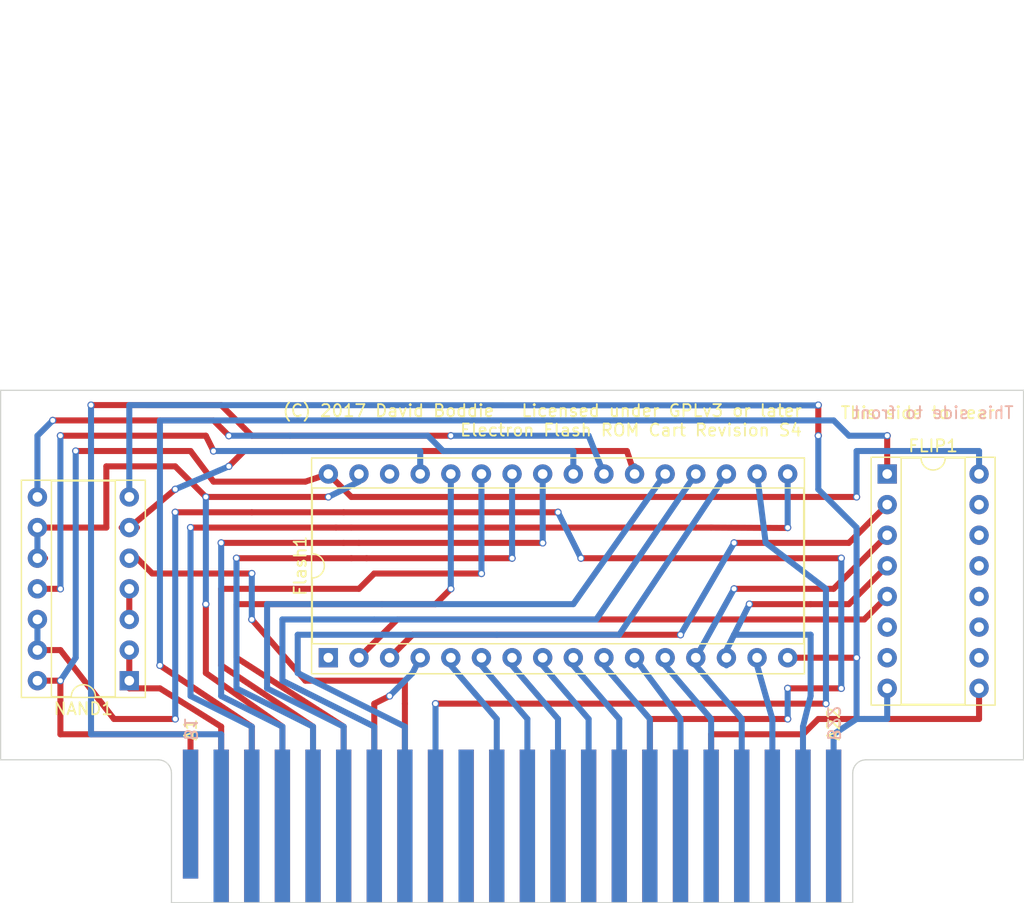
<source format=kicad_pcb>
(kicad_pcb (version 4) (host pcbnew 4.0.5+dfsg1-4)

  (general
    (links 46)
    (no_connects 0)
    (area 60.394999 84.446901 145.34687 127.050001)
    (thickness 1.6)
    (drawings 33)
    (tracks 311)
    (zones 0)
    (modules 5)
    (nets 61)
  )

  (page A4)
  (title_block
    (title "Acorn Electron cartridge breakout")
    (date 2017-02-16)
    (comment 2 "See: http://hgweb.boddie.org.uk/AcornElectronCartridge")
    (comment 3 "Design licensed under the terms of the GNU General Public License version 3 or later.")
    (comment 4 "A prototyping/breakout cartridge for the Acorn Electron Plus 1 expansion unit.")
  )

  (layers
    (0 F.Cu signal)
    (31 B.Cu signal)
    (32 B.Adhes user hide)
    (33 F.Adhes user hide)
    (34 B.Paste user hide)
    (35 F.Paste user hide)
    (36 B.SilkS user)
    (37 F.SilkS user)
    (38 B.Mask user hide)
    (39 F.Mask user hide)
    (40 Dwgs.User user hide)
    (41 Cmts.User user)
    (42 Eco1.User user hide)
    (43 Eco2.User user hide)
    (44 Edge.Cuts user)
    (45 Margin user hide)
    (46 B.CrtYd user)
    (47 F.CrtYd user)
    (48 B.Fab user)
    (49 F.Fab user)
  )

  (setup
    (last_trace_width 0.5)
    (user_trace_width 0.5)
    (trace_clearance 0.2)
    (zone_clearance 0.508)
    (zone_45_only yes)
    (trace_min 0.1524)
    (segment_width 0.2)
    (edge_width 0.15)
    (via_size 0.6)
    (via_drill 0.4)
    (via_min_size 0.4)
    (via_min_drill 0.3)
    (uvia_size 0.3)
    (uvia_drill 0.1)
    (uvias_allowed no)
    (uvia_min_size 0)
    (uvia_min_drill 0)
    (pcb_text_width 0.15)
    (pcb_text_size 1 1)
    (mod_edge_width 0.15)
    (mod_text_size 1 1)
    (mod_text_width 0.15)
    (pad_size 1.524 1.524)
    (pad_drill 0.762)
    (pad_to_mask_clearance 0.2)
    (aux_axis_origin 102.87 127)
    (visible_elements 7FFFFFFF)
    (pcbplotparams
      (layerselection 0x010f0_80000001)
      (usegerberextensions true)
      (excludeedgelayer true)
      (linewidth 0.100000)
      (plotframeref false)
      (viasonmask false)
      (mode 1)
      (useauxorigin false)
      (hpglpennumber 1)
      (hpglpenspeed 20)
      (hpglpendiameter 15)
      (hpglpenoverlay 2)
      (psnegative false)
      (psa4output false)
      (plotreference true)
      (plotvalue true)
      (plotinvisibletext false)
      (padsonsilk false)
      (subtractmaskfromsilk false)
      (outputformat 1)
      (mirror false)
      (drillshape 0)
      (scaleselection 1)
      (outputdirectory gerber/))
  )

  (net 0 "")
  (net 1 /nRST)
  (net 2 /nOE)
  (net 3 /CSRW)
  (net 4 /A8)
  (net 5 /A13)
  (net 6 /A12)
  (net 7 /PHI2)
  (net 8 /-5V)
  (net 9 /READY)
  (net 10 /nNMI)
  (net 11 /nIRQ)
  (net 12 /nINFC)
  (net 13 /nINFD)
  (net 14 /ROMQA)
  (net 15 /CLOCK)
  (net 16 /nROMSTB)
  (net 17 /ADOUT)
  (net 18 /AGND)
  (net 19 /ADIN)
  (net 20 /D3)
  (net 21 /A10)
  (net 22 /A11)
  (net 23 /A9)
  (net 24 /D7)
  (net 25 /D6)
  (net 26 /D5)
  (net 27 /D4)
  (net 28 /nOE2)
  (net 29 /BA7)
  (net 30 /BA6)
  (net 31 /BA5)
  (net 32 /BA4)
  (net 33 /BA3)
  (net 34 /BA2)
  (net 35 /BA1)
  (net 36 /BA0)
  (net 37 /D0)
  (net 38 /D2)
  (net 39 /D1)
  (net 40 /NC)
  (net 41 VCC)
  (net 42 GND)
  (net 43 /OE#)
  (net 44 /OE)
  (net 45 /A14)
  (net 46 /CE#)
  (net 47 "Net-(Flash1-Pad1)")
  (net 48 "Net-(Flash1-Pad30)")
  (net 49 /A15)
  (net 50 "Net-(FLIP1-Pad10)")
  (net 51 "Net-(FLIP1-Pad11)")
  (net 52 "Net-(FLIP1-Pad12)")
  (net 53 /A16)
  (net 54 "Net-(FLIP1-Pad13)")
  (net 55 "Net-(FLIP1-Pad6)")
  (net 56 "Net-(FLIP1-Pad14)")
  (net 57 "Net-(FLIP1-Pad7)")
  (net 58 "Net-(FLIP1-Pad15)")
  (net 59 /+5V_B)
  (net 60 /0V_A)

  (net_class Default "This is the default net class."
    (clearance 0.2)
    (trace_width 0.25)
    (via_dia 0.6)
    (via_drill 0.4)
    (uvia_dia 0.3)
    (uvia_drill 0.1)
    (add_net /+5V_B)
    (add_net /-5V)
    (add_net /0V_A)
    (add_net /A10)
    (add_net /A11)
    (add_net /A12)
    (add_net /A13)
    (add_net /A14)
    (add_net /A15)
    (add_net /A16)
    (add_net /A8)
    (add_net /A9)
    (add_net /ADIN)
    (add_net /ADOUT)
    (add_net /AGND)
    (add_net /BA0)
    (add_net /BA1)
    (add_net /BA2)
    (add_net /BA3)
    (add_net /BA4)
    (add_net /BA5)
    (add_net /BA6)
    (add_net /BA7)
    (add_net /CE#)
    (add_net /CLOCK)
    (add_net /CSRW)
    (add_net /D0)
    (add_net /D1)
    (add_net /D2)
    (add_net /D3)
    (add_net /D4)
    (add_net /D5)
    (add_net /D6)
    (add_net /D7)
    (add_net /NC)
    (add_net /OE)
    (add_net /OE#)
    (add_net /PHI2)
    (add_net /READY)
    (add_net /ROMQA)
    (add_net /nINFC)
    (add_net /nINFD)
    (add_net /nIRQ)
    (add_net /nNMI)
    (add_net /nOE)
    (add_net /nOE2)
    (add_net /nROMSTB)
    (add_net /nRST)
    (add_net GND)
    (add_net "Net-(FLIP1-Pad10)")
    (add_net "Net-(FLIP1-Pad11)")
    (add_net "Net-(FLIP1-Pad12)")
    (add_net "Net-(FLIP1-Pad13)")
    (add_net "Net-(FLIP1-Pad14)")
    (add_net "Net-(FLIP1-Pad15)")
    (add_net "Net-(FLIP1-Pad6)")
    (add_net "Net-(FLIP1-Pad7)")
    (add_net "Net-(Flash1-Pad1)")
    (add_net "Net-(Flash1-Pad30)")
    (add_net VCC)
  )

  (net_class OSHPark ""
    (clearance 0.1524)
    (trace_width 0.1524)
    (via_dia 0.6858)
    (via_drill 0.3302)
    (uvia_dia 0.762)
    (uvia_drill 0.508)
  )

  (module Housings_DIP:DIP-32_W15.24mm_Socket (layer F.Cu) (tedit 59C78D6C) (tstamp 59D2CCF4)
    (at 87.63 106.68 90)
    (descr "32-lead though-hole mounted DIP package, row spacing 15.24 mm (600 mils), Socket")
    (tags "THT DIP DIL PDIP 2.54mm 15.24mm 600mil Socket")
    (path /59D2A464)
    (fp_text reference Flash1 (at 7.62 -2.33 90) (layer F.SilkS)
      (effects (font (size 1 1) (thickness 0.15)))
    )
    (fp_text value SST39SF010 (at 7.62 40.43 90) (layer F.Fab)
      (effects (font (size 1 1) (thickness 0.15)))
    )
    (fp_arc (start 7.62 -1.33) (end 6.62 -1.33) (angle -180) (layer F.SilkS) (width 0.12))
    (fp_line (start 1.255 -1.27) (end 14.985 -1.27) (layer F.Fab) (width 0.1))
    (fp_line (start 14.985 -1.27) (end 14.985 39.37) (layer F.Fab) (width 0.1))
    (fp_line (start 14.985 39.37) (end 0.255 39.37) (layer F.Fab) (width 0.1))
    (fp_line (start 0.255 39.37) (end 0.255 -0.27) (layer F.Fab) (width 0.1))
    (fp_line (start 0.255 -0.27) (end 1.255 -1.27) (layer F.Fab) (width 0.1))
    (fp_line (start -1.27 -1.33) (end -1.27 39.43) (layer F.Fab) (width 0.1))
    (fp_line (start -1.27 39.43) (end 16.51 39.43) (layer F.Fab) (width 0.1))
    (fp_line (start 16.51 39.43) (end 16.51 -1.33) (layer F.Fab) (width 0.1))
    (fp_line (start 16.51 -1.33) (end -1.27 -1.33) (layer F.Fab) (width 0.1))
    (fp_line (start 6.62 -1.33) (end 1.16 -1.33) (layer F.SilkS) (width 0.12))
    (fp_line (start 1.16 -1.33) (end 1.16 39.43) (layer F.SilkS) (width 0.12))
    (fp_line (start 1.16 39.43) (end 14.08 39.43) (layer F.SilkS) (width 0.12))
    (fp_line (start 14.08 39.43) (end 14.08 -1.33) (layer F.SilkS) (width 0.12))
    (fp_line (start 14.08 -1.33) (end 8.62 -1.33) (layer F.SilkS) (width 0.12))
    (fp_line (start -1.33 -1.39) (end -1.33 39.49) (layer F.SilkS) (width 0.12))
    (fp_line (start -1.33 39.49) (end 16.57 39.49) (layer F.SilkS) (width 0.12))
    (fp_line (start 16.57 39.49) (end 16.57 -1.39) (layer F.SilkS) (width 0.12))
    (fp_line (start 16.57 -1.39) (end -1.33 -1.39) (layer F.SilkS) (width 0.12))
    (fp_line (start -1.55 -1.6) (end -1.55 39.7) (layer F.CrtYd) (width 0.05))
    (fp_line (start -1.55 39.7) (end 16.8 39.7) (layer F.CrtYd) (width 0.05))
    (fp_line (start 16.8 39.7) (end 16.8 -1.6) (layer F.CrtYd) (width 0.05))
    (fp_line (start 16.8 -1.6) (end -1.55 -1.6) (layer F.CrtYd) (width 0.05))
    (fp_text user %R (at 7.62 19.05 90) (layer F.Fab)
      (effects (font (size 1 1) (thickness 0.15)))
    )
    (pad 1 thru_hole rect (at 0 0 90) (size 1.6 1.6) (drill 0.8) (layers *.Cu *.Mask)
      (net 47 "Net-(Flash1-Pad1)"))
    (pad 17 thru_hole oval (at 15.24 38.1 90) (size 1.6 1.6) (drill 0.8) (layers *.Cu *.Mask)
      (net 20 /D3))
    (pad 2 thru_hole oval (at 0 2.54 90) (size 1.6 1.6) (drill 0.8) (layers *.Cu *.Mask)
      (net 53 /A16))
    (pad 18 thru_hole oval (at 15.24 35.56 90) (size 1.6 1.6) (drill 0.8) (layers *.Cu *.Mask)
      (net 27 /D4))
    (pad 3 thru_hole oval (at 0 5.08 90) (size 1.6 1.6) (drill 0.8) (layers *.Cu *.Mask)
      (net 49 /A15))
    (pad 19 thru_hole oval (at 15.24 33.02 90) (size 1.6 1.6) (drill 0.8) (layers *.Cu *.Mask)
      (net 26 /D5))
    (pad 4 thru_hole oval (at 0 7.62 90) (size 1.6 1.6) (drill 0.8) (layers *.Cu *.Mask)
      (net 6 /A12))
    (pad 20 thru_hole oval (at 15.24 30.48 90) (size 1.6 1.6) (drill 0.8) (layers *.Cu *.Mask)
      (net 25 /D6))
    (pad 5 thru_hole oval (at 0 10.16 90) (size 1.6 1.6) (drill 0.8) (layers *.Cu *.Mask)
      (net 29 /BA7))
    (pad 21 thru_hole oval (at 15.24 27.94 90) (size 1.6 1.6) (drill 0.8) (layers *.Cu *.Mask)
      (net 24 /D7))
    (pad 6 thru_hole oval (at 0 12.7 90) (size 1.6 1.6) (drill 0.8) (layers *.Cu *.Mask)
      (net 30 /BA6))
    (pad 22 thru_hole oval (at 15.24 25.4 90) (size 1.6 1.6) (drill 0.8) (layers *.Cu *.Mask)
      (net 46 /CE#))
    (pad 7 thru_hole oval (at 0 15.24 90) (size 1.6 1.6) (drill 0.8) (layers *.Cu *.Mask)
      (net 31 /BA5))
    (pad 23 thru_hole oval (at 15.24 22.86 90) (size 1.6 1.6) (drill 0.8) (layers *.Cu *.Mask)
      (net 21 /A10))
    (pad 8 thru_hole oval (at 0 17.78 90) (size 1.6 1.6) (drill 0.8) (layers *.Cu *.Mask)
      (net 32 /BA4))
    (pad 24 thru_hole oval (at 15.24 20.32 90) (size 1.6 1.6) (drill 0.8) (layers *.Cu *.Mask)
      (net 43 /OE#))
    (pad 9 thru_hole oval (at 0 20.32 90) (size 1.6 1.6) (drill 0.8) (layers *.Cu *.Mask)
      (net 33 /BA3))
    (pad 25 thru_hole oval (at 15.24 17.78 90) (size 1.6 1.6) (drill 0.8) (layers *.Cu *.Mask)
      (net 22 /A11))
    (pad 10 thru_hole oval (at 0 22.86 90) (size 1.6 1.6) (drill 0.8) (layers *.Cu *.Mask)
      (net 34 /BA2))
    (pad 26 thru_hole oval (at 15.24 15.24 90) (size 1.6 1.6) (drill 0.8) (layers *.Cu *.Mask)
      (net 23 /A9))
    (pad 11 thru_hole oval (at 0 25.4 90) (size 1.6 1.6) (drill 0.8) (layers *.Cu *.Mask)
      (net 35 /BA1))
    (pad 27 thru_hole oval (at 15.24 12.7 90) (size 1.6 1.6) (drill 0.8) (layers *.Cu *.Mask)
      (net 4 /A8))
    (pad 12 thru_hole oval (at 0 27.94 90) (size 1.6 1.6) (drill 0.8) (layers *.Cu *.Mask)
      (net 36 /BA0))
    (pad 28 thru_hole oval (at 15.24 10.16 90) (size 1.6 1.6) (drill 0.8) (layers *.Cu *.Mask)
      (net 5 /A13))
    (pad 13 thru_hole oval (at 0 30.48 90) (size 1.6 1.6) (drill 0.8) (layers *.Cu *.Mask)
      (net 37 /D0))
    (pad 29 thru_hole oval (at 15.24 7.62 90) (size 1.6 1.6) (drill 0.8) (layers *.Cu *.Mask)
      (net 45 /A14))
    (pad 14 thru_hole oval (at 0 33.02 90) (size 1.6 1.6) (drill 0.8) (layers *.Cu *.Mask)
      (net 39 /D1))
    (pad 30 thru_hole oval (at 15.24 5.08 90) (size 1.6 1.6) (drill 0.8) (layers *.Cu *.Mask)
      (net 48 "Net-(Flash1-Pad30)"))
    (pad 15 thru_hole oval (at 0 35.56 90) (size 1.6 1.6) (drill 0.8) (layers *.Cu *.Mask)
      (net 38 /D2))
    (pad 31 thru_hole oval (at 15.24 2.54 90) (size 1.6 1.6) (drill 0.8) (layers *.Cu *.Mask)
      (net 3 /CSRW))
    (pad 16 thru_hole oval (at 0 38.1 90) (size 1.6 1.6) (drill 0.8) (layers *.Cu *.Mask)
      (net 42 GND))
    (pad 32 thru_hole oval (at 15.24 0 90) (size 1.6 1.6) (drill 0.8) (layers *.Cu *.Mask)
      (net 41 VCC))
    (model ${KISYS3DMOD}/Housings_DIP.3dshapes/DIP-32_W15.24mm_Socket.wrl
      (at (xyz 0 0 0))
      (scale (xyz 1 1 1))
      (rotate (xyz 0 0 0))
    )
  )

  (module Housings_DIP:DIP-16_W7.62mm_Socket (layer F.Cu) (tedit 59D805FF) (tstamp 59E979D7)
    (at 133.985 91.44)
    (descr "16-lead though-hole mounted DIP package, row spacing 7.62 mm (300 mils), Socket")
    (tags "THT DIP DIL PDIP 2.54mm 7.62mm 300mil Socket")
    (path /59D8067A)
    (fp_text reference FLIP1 (at 3.81 -2.33) (layer F.SilkS)
      (effects (font (size 1 1) (thickness 0.15)))
    )
    (fp_text value 74LS174 (at 3.81 20.11) (layer F.Fab)
      (effects (font (size 1 1) (thickness 0.15)))
    )
    (fp_arc (start 3.81 -1.33) (end 2.81 -1.33) (angle -180) (layer F.SilkS) (width 0.12))
    (fp_line (start 1.635 -1.27) (end 6.985 -1.27) (layer F.Fab) (width 0.1))
    (fp_line (start 6.985 -1.27) (end 6.985 19.05) (layer F.Fab) (width 0.1))
    (fp_line (start 6.985 19.05) (end 0.635 19.05) (layer F.Fab) (width 0.1))
    (fp_line (start 0.635 19.05) (end 0.635 -0.27) (layer F.Fab) (width 0.1))
    (fp_line (start 0.635 -0.27) (end 1.635 -1.27) (layer F.Fab) (width 0.1))
    (fp_line (start -1.27 -1.33) (end -1.27 19.11) (layer F.Fab) (width 0.1))
    (fp_line (start -1.27 19.11) (end 8.89 19.11) (layer F.Fab) (width 0.1))
    (fp_line (start 8.89 19.11) (end 8.89 -1.33) (layer F.Fab) (width 0.1))
    (fp_line (start 8.89 -1.33) (end -1.27 -1.33) (layer F.Fab) (width 0.1))
    (fp_line (start 2.81 -1.33) (end 1.16 -1.33) (layer F.SilkS) (width 0.12))
    (fp_line (start 1.16 -1.33) (end 1.16 19.11) (layer F.SilkS) (width 0.12))
    (fp_line (start 1.16 19.11) (end 6.46 19.11) (layer F.SilkS) (width 0.12))
    (fp_line (start 6.46 19.11) (end 6.46 -1.33) (layer F.SilkS) (width 0.12))
    (fp_line (start 6.46 -1.33) (end 4.81 -1.33) (layer F.SilkS) (width 0.12))
    (fp_line (start -1.33 -1.39) (end -1.33 19.17) (layer F.SilkS) (width 0.12))
    (fp_line (start -1.33 19.17) (end 8.95 19.17) (layer F.SilkS) (width 0.12))
    (fp_line (start 8.95 19.17) (end 8.95 -1.39) (layer F.SilkS) (width 0.12))
    (fp_line (start 8.95 -1.39) (end -1.33 -1.39) (layer F.SilkS) (width 0.12))
    (fp_line (start -1.55 -1.6) (end -1.55 19.4) (layer F.CrtYd) (width 0.05))
    (fp_line (start -1.55 19.4) (end 9.15 19.4) (layer F.CrtYd) (width 0.05))
    (fp_line (start 9.15 19.4) (end 9.15 -1.6) (layer F.CrtYd) (width 0.05))
    (fp_line (start 9.15 -1.6) (end -1.55 -1.6) (layer F.CrtYd) (width 0.05))
    (fp_text user %R (at 3.81 8.89) (layer F.Fab)
      (effects (font (size 1 1) (thickness 0.15)))
    )
    (pad 1 thru_hole rect (at 0 0) (size 1.6 1.6) (drill 0.8) (layers *.Cu *.Mask)
      (net 1 /nRST))
    (pad 9 thru_hole oval (at 7.62 17.78) (size 1.6 1.6) (drill 0.8) (layers *.Cu *.Mask)
      (net 16 /nROMSTB))
    (pad 2 thru_hole oval (at 0 2.54) (size 1.6 1.6) (drill 0.8) (layers *.Cu *.Mask)
      (net 49 /A15))
    (pad 10 thru_hole oval (at 7.62 15.24) (size 1.6 1.6) (drill 0.8) (layers *.Cu *.Mask)
      (net 50 "Net-(FLIP1-Pad10)"))
    (pad 3 thru_hole oval (at 0 5.08) (size 1.6 1.6) (drill 0.8) (layers *.Cu *.Mask)
      (net 37 /D0))
    (pad 11 thru_hole oval (at 7.62 12.7) (size 1.6 1.6) (drill 0.8) (layers *.Cu *.Mask)
      (net 51 "Net-(FLIP1-Pad11)"))
    (pad 4 thru_hole oval (at 0 7.62) (size 1.6 1.6) (drill 0.8) (layers *.Cu *.Mask)
      (net 39 /D1))
    (pad 12 thru_hole oval (at 7.62 10.16) (size 1.6 1.6) (drill 0.8) (layers *.Cu *.Mask)
      (net 52 "Net-(FLIP1-Pad12)"))
    (pad 5 thru_hole oval (at 0 10.16) (size 1.6 1.6) (drill 0.8) (layers *.Cu *.Mask)
      (net 53 /A16))
    (pad 13 thru_hole oval (at 7.62 7.62) (size 1.6 1.6) (drill 0.8) (layers *.Cu *.Mask)
      (net 54 "Net-(FLIP1-Pad13)"))
    (pad 6 thru_hole oval (at 0 12.7) (size 1.6 1.6) (drill 0.8) (layers *.Cu *.Mask)
      (net 55 "Net-(FLIP1-Pad6)"))
    (pad 14 thru_hole oval (at 7.62 5.08) (size 1.6 1.6) (drill 0.8) (layers *.Cu *.Mask)
      (net 56 "Net-(FLIP1-Pad14)"))
    (pad 7 thru_hole oval (at 0 15.24) (size 1.6 1.6) (drill 0.8) (layers *.Cu *.Mask)
      (net 57 "Net-(FLIP1-Pad7)"))
    (pad 15 thru_hole oval (at 7.62 2.54) (size 1.6 1.6) (drill 0.8) (layers *.Cu *.Mask)
      (net 58 "Net-(FLIP1-Pad15)"))
    (pad 8 thru_hole oval (at 0 17.78) (size 1.6 1.6) (drill 0.8) (layers *.Cu *.Mask)
      (net 42 GND))
    (pad 16 thru_hole oval (at 7.62 0) (size 1.6 1.6) (drill 0.8) (layers *.Cu *.Mask)
      (net 41 VCC))
    (model ${KISYS3DMOD}/Housings_DIP.3dshapes/DIP-16_W7.62mm_Socket.wrl
      (at (xyz 0 0 0))
      (scale (xyz 1 1 1))
      (rotate (xyz 0 0 0))
    )
  )

  (module Acorn_Electron:Acorn_Electron_cartridge_edge_connector_rear (layer F.Cu) (tedit 59D7B679) (tstamp 587CC8B3)
    (at 102.87 113.03)
    (tags "Acorn Electron cartridge edge connector rear")
    (path /587CC844)
    (fp_text reference CONN1 (at 0 -43.18) (layer F.SilkS) hide
      (effects (font (size 1 1) (thickness 0.15)))
    )
    (fp_text value Acorn_Electron_cartridge_edge_connector_rear_side_A (at 0 -49.53) (layer F.Fab) hide
      (effects (font (size 1 1) (thickness 0.15)))
    )
    (pad 1 connect rect (at -26.67 6.62) (size 1.27 10.7) (layers F.Cu F.Mask)
      (net 41 VCC))
    (pad 2 connect rect (at -24.13 7.62) (size 1.27 12.7) (layers F.Cu F.Mask)
      (net 2 /nOE))
    (pad 3 connect rect (at -21.59 7.62) (size 1.27 12.7) (layers F.Cu F.Mask)
      (net 1 /nRST))
    (pad 4 connect rect (at -19.05 7.62) (size 1.27 12.7) (layers F.Cu F.Mask)
      (net 3 /CSRW))
    (pad 5 connect rect (at -16.51 7.62) (size 1.27 12.7) (layers F.Cu F.Mask)
      (net 4 /A8))
    (pad 6 connect rect (at -13.97 7.62) (size 1.27 12.7) (layers F.Cu F.Mask)
      (net 5 /A13))
    (pad 7 connect rect (at -11.43 7.62) (size 1.27 12.7) (layers F.Cu F.Mask)
      (net 6 /A12))
    (pad 8 connect rect (at -8.89 7.62) (size 1.27 12.7) (layers F.Cu F.Mask)
      (net 7 /PHI2))
    (pad 9 connect rect (at -6.35 7.62) (size 1.27 12.7) (layers F.Cu F.Mask)
      (net 8 /-5V))
    (pad 10 connect rect (at -3.81 7.62) (size 1.27 12.7) (layers F.Cu F.Mask)
      (net 40 /NC))
    (pad 11 connect rect (at -1.27 7.62) (size 1.27 12.7) (layers F.Cu F.Mask)
      (net 9 /READY))
    (pad 12 connect rect (at 1.27 7.62) (size 1.27 12.7) (layers F.Cu F.Mask)
      (net 10 /nNMI))
    (pad 13 connect rect (at 3.81 7.62) (size 1.27 12.7) (layers F.Cu F.Mask)
      (net 11 /nIRQ))
    (pad 14 connect rect (at 6.35 7.62) (size 1.27 12.7) (layers F.Cu F.Mask)
      (net 12 /nINFC))
    (pad 15 connect rect (at 8.89 7.62) (size 1.27 12.7) (layers F.Cu F.Mask)
      (net 13 /nINFD))
    (pad 16 connect rect (at 11.43 7.62) (size 1.27 12.7) (layers F.Cu F.Mask)
      (net 14 /ROMQA))
    (pad 17 connect rect (at 13.97 7.62) (size 1.27 12.7) (layers F.Cu F.Mask)
      (net 15 /CLOCK))
    (pad 18 connect rect (at 16.51 7.62) (size 1.27 12.7) (layers F.Cu F.Mask)
      (net 16 /nROMSTB))
    (pad 19 connect rect (at 19.05 7.62) (size 1.27 12.7) (layers F.Cu F.Mask)
      (net 17 /ADOUT))
    (pad 20 connect rect (at 21.59 7.62) (size 1.27 12.7) (layers F.Cu F.Mask)
      (net 18 /AGND))
    (pad 21 connect rect (at 24.13 7.62) (size 1.27 12.7) (layers F.Cu F.Mask)
      (net 19 /ADIN))
    (pad 22 connect rect (at 26.67 7.62) (size 1.27 12.7) (layers F.Cu F.Mask)
      (net 60 /0V_A))
  )

  (module Acorn_Electron:Acorn_Electron_cartridge_edge_connector_front (layer B.Cu) (tedit 59D7B67C) (tstamp 587CC8CD)
    (at 102.87 113.03)
    (tags "Acorn Electron cartridge edge connector front")
    (path /587CC811)
    (fp_text reference CONN2 (at 0 -43.18) (layer B.SilkS) hide
      (effects (font (size 1 1) (thickness 0.15)) (justify mirror))
    )
    (fp_text value Acorn_Electron_cartridge_edge_connector_front_side_B (at 0 -49.53) (layer B.Fab) hide
      (effects (font (size 1 1) (thickness 0.15)) (justify mirror))
    )
    (pad 1 connect rect (at -26.67 6.62) (size 1.27 10.7) (layers B.Cu B.Mask)
      (net 59 /+5V_B))
    (pad 2 connect rect (at -24.13 7.62) (size 1.27 12.7) (layers B.Cu B.Mask)
      (net 21 /A10))
    (pad 3 connect rect (at -21.59 7.62) (size 1.27 12.7) (layers B.Cu B.Mask)
      (net 20 /D3))
    (pad 4 connect rect (at -19.05 7.62) (size 1.27 12.7) (layers B.Cu B.Mask)
      (net 22 /A11))
    (pad 5 connect rect (at -16.51 7.62) (size 1.27 12.7) (layers B.Cu B.Mask)
      (net 23 /A9))
    (pad 6 connect rect (at -13.97 7.62) (size 1.27 12.7) (layers B.Cu B.Mask)
      (net 24 /D7))
    (pad 7 connect rect (at -11.43 7.62) (size 1.27 12.7) (layers B.Cu B.Mask)
      (net 25 /D6))
    (pad 8 connect rect (at -8.89 7.62) (size 1.27 12.7) (layers B.Cu B.Mask)
      (net 26 /D5))
    (pad 9 connect rect (at -6.35 7.62) (size 1.27 12.7) (layers B.Cu B.Mask)
      (net 27 /D4))
    (pad 10 connect rect (at -3.81 7.62) (size 1.27 12.7) (layers B.Cu B.Mask)
      (net 28 /nOE2))
    (pad 11 connect rect (at -1.27 7.62) (size 1.27 12.7) (layers B.Cu B.Mask)
      (net 29 /BA7))
    (pad 12 connect rect (at 1.27 7.62) (size 1.27 12.7) (layers B.Cu B.Mask)
      (net 30 /BA6))
    (pad 13 connect rect (at 3.81 7.62) (size 1.27 12.7) (layers B.Cu B.Mask)
      (net 31 /BA5))
    (pad 14 connect rect (at 6.35 7.62) (size 1.27 12.7) (layers B.Cu B.Mask)
      (net 32 /BA4))
    (pad 15 connect rect (at 8.89 7.62) (size 1.27 12.7) (layers B.Cu B.Mask)
      (net 33 /BA3))
    (pad 16 connect rect (at 11.43 7.62) (size 1.27 12.7) (layers B.Cu B.Mask)
      (net 34 /BA2))
    (pad 17 connect rect (at 13.97 7.62) (size 1.27 12.7) (layers B.Cu B.Mask)
      (net 35 /BA1))
    (pad 18 connect rect (at 16.51 7.62) (size 1.27 12.7) (layers B.Cu B.Mask)
      (net 36 /BA0))
    (pad 19 connect rect (at 19.05 7.62) (size 1.27 12.7) (layers B.Cu B.Mask)
      (net 37 /D0))
    (pad 20 connect rect (at 21.59 7.62) (size 1.27 12.7) (layers B.Cu B.Mask)
      (net 38 /D2))
    (pad 21 connect rect (at 24.13 7.62) (size 1.27 12.7) (layers B.Cu B.Mask)
      (net 39 /D1))
    (pad 22 connect rect (at 26.67 7.62) (size 1.27 12.7) (layers B.Cu B.Mask)
      (net 42 GND))
  )

  (module Housings_DIP:DIP-14_W7.62mm_Socket (layer F.Cu) (tedit 59C78D6B) (tstamp 59D33CC2)
    (at 71.12 108.585 180)
    (descr "14-lead though-hole mounted DIP package, row spacing 7.62 mm (300 mils), Socket")
    (tags "THT DIP DIL PDIP 2.54mm 7.62mm 300mil Socket")
    (path /59D29643)
    (fp_text reference NAND1 (at 3.81 -2.33 180) (layer F.SilkS)
      (effects (font (size 1 1) (thickness 0.15)))
    )
    (fp_text value 74HC00 (at 3.81 17.57 180) (layer F.Fab)
      (effects (font (size 1 1) (thickness 0.15)))
    )
    (fp_arc (start 3.81 -1.33) (end 2.81 -1.33) (angle -180) (layer F.SilkS) (width 0.12))
    (fp_line (start 1.635 -1.27) (end 6.985 -1.27) (layer F.Fab) (width 0.1))
    (fp_line (start 6.985 -1.27) (end 6.985 16.51) (layer F.Fab) (width 0.1))
    (fp_line (start 6.985 16.51) (end 0.635 16.51) (layer F.Fab) (width 0.1))
    (fp_line (start 0.635 16.51) (end 0.635 -0.27) (layer F.Fab) (width 0.1))
    (fp_line (start 0.635 -0.27) (end 1.635 -1.27) (layer F.Fab) (width 0.1))
    (fp_line (start -1.27 -1.33) (end -1.27 16.57) (layer F.Fab) (width 0.1))
    (fp_line (start -1.27 16.57) (end 8.89 16.57) (layer F.Fab) (width 0.1))
    (fp_line (start 8.89 16.57) (end 8.89 -1.33) (layer F.Fab) (width 0.1))
    (fp_line (start 8.89 -1.33) (end -1.27 -1.33) (layer F.Fab) (width 0.1))
    (fp_line (start 2.81 -1.33) (end 1.16 -1.33) (layer F.SilkS) (width 0.12))
    (fp_line (start 1.16 -1.33) (end 1.16 16.57) (layer F.SilkS) (width 0.12))
    (fp_line (start 1.16 16.57) (end 6.46 16.57) (layer F.SilkS) (width 0.12))
    (fp_line (start 6.46 16.57) (end 6.46 -1.33) (layer F.SilkS) (width 0.12))
    (fp_line (start 6.46 -1.33) (end 4.81 -1.33) (layer F.SilkS) (width 0.12))
    (fp_line (start -1.33 -1.39) (end -1.33 16.63) (layer F.SilkS) (width 0.12))
    (fp_line (start -1.33 16.63) (end 8.95 16.63) (layer F.SilkS) (width 0.12))
    (fp_line (start 8.95 16.63) (end 8.95 -1.39) (layer F.SilkS) (width 0.12))
    (fp_line (start 8.95 -1.39) (end -1.33 -1.39) (layer F.SilkS) (width 0.12))
    (fp_line (start -1.55 -1.6) (end -1.55 16.85) (layer F.CrtYd) (width 0.05))
    (fp_line (start -1.55 16.85) (end 9.15 16.85) (layer F.CrtYd) (width 0.05))
    (fp_line (start 9.15 16.85) (end 9.15 -1.6) (layer F.CrtYd) (width 0.05))
    (fp_line (start 9.15 -1.6) (end -1.55 -1.6) (layer F.CrtYd) (width 0.05))
    (fp_text user %R (at 3.81 7.62 180) (layer F.Fab)
      (effects (font (size 1 1) (thickness 0.15)))
    )
    (pad 1 thru_hole rect (at 0 0 180) (size 1.6 1.6) (drill 0.8) (layers *.Cu *.Mask)
      (net 2 /nOE))
    (pad 8 thru_hole oval (at 7.62 15.24 180) (size 1.6 1.6) (drill 0.8) (layers *.Cu *.Mask)
      (net 43 /OE#))
    (pad 2 thru_hole oval (at 0 2.54 180) (size 1.6 1.6) (drill 0.8) (layers *.Cu *.Mask)
      (net 2 /nOE))
    (pad 9 thru_hole oval (at 7.62 12.7 180) (size 1.6 1.6) (drill 0.8) (layers *.Cu *.Mask)
      (net 3 /CSRW))
    (pad 3 thru_hole oval (at 0 5.08 180) (size 1.6 1.6) (drill 0.8) (layers *.Cu *.Mask)
      (net 44 /OE))
    (pad 10 thru_hole oval (at 7.62 10.16 180) (size 1.6 1.6) (drill 0.8) (layers *.Cu *.Mask)
      (net 3 /CSRW))
    (pad 4 thru_hole oval (at 0 7.62 180) (size 1.6 1.6) (drill 0.8) (layers *.Cu *.Mask)
      (net 44 /OE))
    (pad 11 thru_hole oval (at 7.62 7.62 180) (size 1.6 1.6) (drill 0.8) (layers *.Cu *.Mask)
      (net 45 /A14))
    (pad 5 thru_hole oval (at 0 10.16 180) (size 1.6 1.6) (drill 0.8) (layers *.Cu *.Mask)
      (net 7 /PHI2))
    (pad 12 thru_hole oval (at 7.62 5.08 180) (size 1.6 1.6) (drill 0.8) (layers *.Cu *.Mask)
      (net 14 /ROMQA))
    (pad 6 thru_hole oval (at 0 12.7 180) (size 1.6 1.6) (drill 0.8) (layers *.Cu *.Mask)
      (net 46 /CE#))
    (pad 13 thru_hole oval (at 7.62 2.54 180) (size 1.6 1.6) (drill 0.8) (layers *.Cu *.Mask)
      (net 14 /ROMQA))
    (pad 7 thru_hole oval (at 0 15.24 180) (size 1.6 1.6) (drill 0.8) (layers *.Cu *.Mask)
      (net 42 GND))
    (pad 14 thru_hole oval (at 7.62 0 180) (size 1.6 1.6) (drill 0.8) (layers *.Cu *.Mask)
      (net 41 VCC))
    (model ${KISYS3DMOD}/Housings_DIP.3dshapes/DIP-14_W7.62mm_Socket.wrl
      (at (xyz 0 0 0))
      (scale (xyz 1 1 1))
      (rotate (xyz 0 0 0))
    )
  )

  (gr_text "This side to front" (at 137.795 86.36) (layer B.SilkS)
    (effects (font (size 1 1) (thickness 0.15)) (justify mirror))
  )
  (gr_line (start 145.296869 84.496902) (end 145.296869 84.496902) (layer Edge.Cuts) (width 0.1))
  (gr_line (start 60.445 84.496902) (end 145.296869 84.496902) (layer Edge.Cuts) (width 0.1))
  (gr_line (start 60.445 115.146554) (end 60.445 84.496902) (layer Edge.Cuts) (width 0.1))
  (gr_line (start 73.524236 115.146554) (end 60.445 115.146554) (layer Edge.Cuts) (width 0.1))
  (gr_line (start 73.745636 115.169132) (end 73.524236 115.146554) (layer Edge.Cuts) (width 0.1))
  (gr_line (start 73.951386 115.233506) (end 73.745636 115.169132) (layer Edge.Cuts) (width 0.1))
  (gr_line (start 74.137213 115.335332) (end 73.951386 115.233506) (layer Edge.Cuts) (width 0.1))
  (gr_line (start 74.29884 115.470093) (end 74.137213 115.335332) (layer Edge.Cuts) (width 0.1))
  (gr_line (start 74.431993 115.633331) (end 74.29884 115.470093) (layer Edge.Cuts) (width 0.1))
  (gr_line (start 74.532395 115.820585) (end 74.431993 115.633331) (layer Edge.Cuts) (width 0.1))
  (gr_line (start 74.595772 116.027341) (end 74.532395 115.820585) (layer Edge.Cuts) (width 0.1))
  (gr_line (start 74.617847 116.249111) (end 74.595772 116.027341) (layer Edge.Cuts) (width 0.1))
  (gr_line (start 74.617847 127) (end 74.617847 116.249111) (layer Edge.Cuts) (width 0.1))
  (gr_line (start 131.124027 127) (end 74.617847 127) (layer Edge.Cuts) (width 0.1))
  (gr_line (start 131.124027 116.249111) (end 131.124027 127) (layer Edge.Cuts) (width 0.1))
  (gr_line (start 131.146097 116.027341) (end 131.124027 116.249111) (layer Edge.Cuts) (width 0.1))
  (gr_line (start 131.209473 115.820585) (end 131.146097 116.027341) (layer Edge.Cuts) (width 0.1))
  (gr_line (start 131.309876 115.633331) (end 131.209473 115.820585) (layer Edge.Cuts) (width 0.1))
  (gr_line (start 131.443029 115.470093) (end 131.309876 115.633331) (layer Edge.Cuts) (width 0.1))
  (gr_line (start 131.604655 115.335332) (end 131.443029 115.470093) (layer Edge.Cuts) (width 0.1))
  (gr_line (start 131.790481 115.233506) (end 131.604655 115.335332) (layer Edge.Cuts) (width 0.1))
  (gr_line (start 131.996232 115.169132) (end 131.790481 115.233506) (layer Edge.Cuts) (width 0.1))
  (gr_line (start 132.217633 115.146554) (end 131.996232 115.169132) (layer Edge.Cuts) (width 0.1))
  (gr_line (start 145.296869 115.146554) (end 132.217633 115.146554) (layer Edge.Cuts) (width 0.1))
  (gr_line (start 145.296869 84.496902) (end 145.296869 115.146554) (layer Edge.Cuts) (width 0.1))
  (gr_text "(C) 2017 David Boddie   Licensed under GPLv3 or later\nElectron Flash ROM Cart Revision S4" (at 127 86.995) (layer F.SilkS)
    (effects (font (size 1 1) (thickness 0.15)) (justify right))
  )
  (gr_text B22 (at 129.54 113.665 270) (layer B.SilkS)
    (effects (font (size 1 1) (thickness 0.15)) (justify left mirror))
  )
  (gr_text B1 (at 76.2 113.665 270) (layer B.SilkS)
    (effects (font (size 1 1) (thickness 0.15)) (justify left mirror))
  )
  (gr_text A22 (at 129.54 113.665 90) (layer F.SilkS)
    (effects (font (size 1 1) (thickness 0.15)) (justify left))
  )
  (gr_text A1 (at 76.2 113.665 90) (layer F.SilkS)
    (effects (font (size 1 1) (thickness 0.15)) (justify left))
  )
  (gr_text "This side to rear" (at 136.525 86.36) (layer F.SilkS)
    (effects (font (size 1 1) (thickness 0.15)))
  )
  (gr_text "F.Cu (front copper) layer is rear side of cartridge board.\nB.Cu (back copper) layer is front side of cartridge board.\n74HC00 is attached to the front side of the board.\nFlash ROM is attached to the rear side." (at 102.87 57.15) (layer Cmts.User)
    (effects (font (size 1.5 1.5) (thickness 0.3)))
  )

  (segment (start 133.985 88.265) (end 133.985 91.44) (width 0.5) (layer F.Cu) (net 1) (tstamp 59E0C807))
  (via (at 133.985 88.265) (size 0.6) (drill 0.4) (layers F.Cu B.Cu) (net 1))
  (segment (start 130.81 88.265) (end 133.985 88.265) (width 0.5) (layer B.Cu) (net 1) (tstamp 59E0C7FE))
  (segment (start 129.54 86.995) (end 130.81 88.265) (width 0.5) (layer B.Cu) (net 1))
  (segment (start 81.28 112.395) (end 73.66 107.315) (width 0.5) (layer F.Cu) (net 1))
  (segment (start 81.28 120.65) (end 81.28 112.395) (width 0.5) (layer F.Cu) (net 1) (status 10))
  (segment (start 73.66 86.995) (end 129.54 86.995) (width 0.5) (layer B.Cu) (net 1) (tstamp 59DFA4FB))
  (segment (start 73.66 107.315) (end 73.66 86.995) (width 0.5) (layer B.Cu) (net 1) (tstamp 59DFB2ED))
  (via (at 73.66 107.315) (size 0.6) (drill 0.4) (layers F.Cu B.Cu) (net 1))
  (segment (start 73.66 109.22) (end 72.39 109.22) (width 0.5) (layer F.Cu) (net 2))
  (segment (start 78.74 112.395) (end 73.66 109.22) (width 0.5) (layer F.Cu) (net 2) (tstamp 59DFE7C6))
  (segment (start 78.74 120.65) (end 78.74 112.395) (width 0.5) (layer F.Cu) (net 2))
  (segment (start 72.39 109.22) (end 71.12 109.22) (width 0.5) (layer F.Cu) (net 2) (tstamp 59DFEEE7) (status 20))
  (segment (start 71.12 109.22) (end 71.12 108.585) (width 0.5) (layer F.Cu) (net 2) (tstamp 59DFEEE9) (status 30))
  (segment (start 71.12 108.585) (end 71.12 106.045) (width 0.5) (layer F.Cu) (net 2) (status 30))
  (segment (start 63.5 95.885) (end 69.215 95.885) (width 0.5) (layer F.Cu) (net 3) (status 10))
  (segment (start 69.215 90.805) (end 69.215 95.885) (width 0.5) (layer F.Cu) (net 3) (tstamp 59DFED5D))
  (segment (start 74.93 90.805) (end 77.47 93.345) (width 0.5) (layer F.Cu) (net 3))
  (segment (start 74.93 90.805) (end 69.215 90.805) (width 0.5) (layer F.Cu) (net 3))
  (segment (start 63.5 95.885) (end 63.5 98.425) (width 0.5) (layer B.Cu) (net 3) (status 30))
  (segment (start 83.82 120.65) (end 83.82 112.395) (width 0.5) (layer F.Cu) (net 3) (status 10))
  (segment (start 83.82 112.395) (end 77.47 107.95) (width 0.5) (layer F.Cu) (net 3) (tstamp 59D3CAE3))
  (segment (start 77.47 107.95) (end 77.47 102.235) (width 0.5) (layer F.Cu) (net 3) (tstamp 59D3CAE4))
  (segment (start 77.47 102.235) (end 77.47 102.235) (width 0.5) (layer F.Cu) (net 3))
  (via (at 77.47 102.235) (size 0.6) (drill 0.4) (layers F.Cu B.Cu) (net 3))
  (via (at 77.47 93.345) (size 0.6) (drill 0.4) (layers F.Cu B.Cu) (net 3))
  (segment (start 77.47 102.235) (end 77.47 93.345) (width 0.5) (layer B.Cu) (net 3) (tstamp 59DFB103))
  (segment (start 90.17 92.075) (end 87.63 93.345) (width 0.5) (layer B.Cu) (net 3) (tstamp 59DFB10B) (status 10))
  (segment (start 64.135 98.425) (end 64.135 98.425) (width 0.5) (layer F.Cu) (net 3) (tstamp 59DFCF99) (status 30))
  (segment (start 87.63 93.345) (end 77.47 93.345) (width 0.5) (layer F.Cu) (net 3))
  (via (at 87.63 93.345) (size 0.6) (drill 0.4) (layers F.Cu B.Cu) (net 3) (status 30))
  (segment (start 77.47 93.345) (end 77.47 93.345) (width 0.5) (layer F.Cu) (net 3) (tstamp 59DFB2D4))
  (segment (start 87.63 93.345) (end 87.63 93.345) (width 0.5) (layer B.Cu) (net 3) (status 30))
  (via (at 100.33 99.695) (size 0.6) (drill 0.4) (layers F.Cu B.Cu) (net 4))
  (segment (start 100.33 91.44) (end 100.33 99.695) (width 0.5) (layer B.Cu) (net 4) (tstamp 59DFB1F6) (status 10))
  (segment (start 100.33 99.695) (end 91.44 99.695) (width 0.5) (layer F.Cu) (net 4) (tstamp 59DFB116))
  (segment (start 91.44 99.695) (end 91.44 99.695) (width 0.5) (layer F.Cu) (net 4))
  (segment (start 78.74 100.965) (end 90.17 100.965) (width 0.5) (layer F.Cu) (net 4))
  (segment (start 86.36 112.395) (end 78.74 107.315) (width 0.5) (layer F.Cu) (net 4) (tstamp 59D3CDC3))
  (segment (start 78.74 107.315) (end 78.74 100.965) (width 0.5) (layer F.Cu) (net 4) (tstamp 59D3CDC4))
  (segment (start 86.36 120.65) (end 86.36 112.395) (width 0.5) (layer F.Cu) (net 4) (status 10))
  (segment (start 90.17 100.965) (end 91.44 99.695) (width 0.5) (layer F.Cu) (net 4) (tstamp 59DF9C40))
  (segment (start 96.52 102.235) (end 97.79 100.965) (width 0.5) (layer F.Cu) (net 5))
  (segment (start 92.075 102.235) (end 96.52 102.235) (width 0.5) (layer F.Cu) (net 5) (tstamp 59DF9684))
  (segment (start 88.9 112.395) (end 80.01 106.68) (width 0.5) (layer F.Cu) (net 5) (tstamp 59D3CDD3))
  (segment (start 80.01 106.68) (end 80.01 102.235) (width 0.5) (layer F.Cu) (net 5) (tstamp 59D3CDD4))
  (segment (start 88.9 120.65) (end 88.9 112.395) (width 0.5) (layer F.Cu) (net 5) (status 20))
  (segment (start 80.01 102.235) (end 92.075 102.235) (width 0.5) (layer F.Cu) (net 5))
  (segment (start 97.79 100.965) (end 97.79 91.44) (width 0.5) (layer B.Cu) (net 5) (tstamp 59DFB1D5) (status 20))
  (segment (start 97.79 100.965) (end 97.79 100.965) (width 0.5) (layer B.Cu) (net 5) (tstamp 59DFB1CC))
  (segment (start 97.79 100.965) (end 97.79 100.965) (width 0.5) (layer B.Cu) (net 5) (tstamp 59DFB1CB))
  (via (at 97.79 100.965) (size 0.6) (drill 0.4) (layers F.Cu B.Cu) (net 5))
  (segment (start 97.79 100.965) (end 97.79 100.965) (width 0.5) (layer F.Cu) (net 5) (tstamp 59DFB1C4))
  (segment (start 92.71 109.855) (end 94.615 107.95) (width 0.5) (layer B.Cu) (net 6))
  (segment (start 91.44 110.49) (end 92.71 109.855) (width 0.5) (layer F.Cu) (net 6) (tstamp 59E97D9B))
  (via (at 92.71 109.855) (size 0.6) (drill 0.4) (layers F.Cu B.Cu) (net 6))
  (segment (start 91.44 120.65) (end 91.44 110.49) (width 0.5) (layer F.Cu) (net 6) (status 10))
  (segment (start 94.615 107.95) (end 95.25 106.68) (width 0.5) (layer B.Cu) (net 6) (tstamp 59DFD349) (status 20))
  (via (at 81.28 99.695) (size 0.6) (drill 0.4) (layers F.Cu B.Cu) (net 7))
  (segment (start 93.98 120.65) (end 93.98 110.49) (width 0.5) (layer F.Cu) (net 7) (status 20))
  (segment (start 93.98 110.49) (end 93.98 108.585) (width 0.5) (layer F.Cu) (net 7))
  (segment (start 93.98 108.585) (end 85.725 108.585) (width 0.5) (layer F.Cu) (net 7) (tstamp 59DFCE82))
  (segment (start 85.725 108.585) (end 81.28 103.505) (width 0.5) (layer F.Cu) (net 7) (tstamp 59DFCE83))
  (via (at 81.28 103.505) (size 0.6) (drill 0.4) (layers F.Cu B.Cu) (net 7))
  (segment (start 81.28 103.505) (end 81.28 99.695) (width 0.5) (layer B.Cu) (net 7) (tstamp 59DFCF92))
  (segment (start 73.025 99.695) (end 71.755 98.425) (width 0.5) (layer F.Cu) (net 7) (tstamp 59DFF737))
  (segment (start 81.28 99.695) (end 73.025 99.695) (width 0.5) (layer F.Cu) (net 7) (tstamp 59DFF736))
  (segment (start 71.755 98.425) (end 71.12 98.425) (width 0.5) (layer F.Cu) (net 7) (tstamp 59DFF739))
  (segment (start 71.755 98.425) (end 71.12 98.425) (width 0.5) (layer F.Cu) (net 7) (tstamp 59DFF6B5))
  (segment (start 63.5 106.045) (end 65.405 106.045) (width 0.5) (layer F.Cu) (net 14) (status 10))
  (segment (start 130.175 109.22) (end 130.175 98.425) (width 0.5) (layer B.Cu) (net 14) (tstamp 59DFD04E))
  (segment (start 114.3 111.76) (end 114.3 120.65) (width 0.5) (layer F.Cu) (net 14) (status 20))
  (segment (start 125.73 109.22) (end 130.175 109.22) (width 0.5) (layer F.Cu) (net 14) (status 20))
  (segment (start 125.73 109.22) (end 125.73 111.76) (width 0.5) (layer B.Cu) (net 14) (tstamp 59DBBD05))
  (via (at 125.73 111.76) (size 0.6) (drill 0.4) (layers F.Cu B.Cu) (net 14))
  (via (at 125.73 109.22) (size 0.6) (drill 0.4) (layers F.Cu B.Cu) (net 14))
  (segment (start 114.3 111.76) (end 125.73 111.76) (width 0.5) (layer F.Cu) (net 14) (tstamp 59EC74A9))
  (via (at 130.175 109.22) (size 0.6) (drill 0.4) (layers F.Cu B.Cu) (net 14))
  (segment (start 74.93 94.615) (end 81.28 94.615) (width 0.5) (layer F.Cu) (net 14) (tstamp 59DFD3ED))
  (segment (start 81.28 94.615) (end 88.9 94.615) (width 0.5) (layer F.Cu) (net 14) (tstamp 59DFD3EE))
  (segment (start 88.9 94.615) (end 106.68 94.615) (width 0.5) (layer F.Cu) (net 14) (tstamp 59DFD3EF))
  (via (at 106.68 94.615) (size 0.6) (drill 0.4) (layers F.Cu B.Cu) (net 14))
  (segment (start 108.585 98.425) (end 106.68 94.615) (width 0.5) (layer B.Cu) (net 14) (tstamp 59DFD422))
  (via (at 108.585 98.425) (size 0.6) (drill 0.4) (layers F.Cu B.Cu) (net 14))
  (segment (start 130.175 98.425) (end 108.585 98.425) (width 0.5) (layer F.Cu) (net 14) (tstamp 59DFD055))
  (via (at 130.175 98.425) (size 0.6) (drill 0.4) (layers F.Cu B.Cu) (net 14))
  (via (at 74.93 94.615) (size 0.6) (drill 0.4) (layers F.Cu B.Cu) (net 14))
  (segment (start 74.93 111.76) (end 74.93 94.615) (width 0.5) (layer B.Cu) (net 14) (tstamp 59DFE8B9))
  (via (at 74.93 111.76) (size 0.6) (drill 0.4) (layers F.Cu B.Cu) (net 14))
  (segment (start 69.85 111.76) (end 74.93 111.76) (width 0.5) (layer F.Cu) (net 14) (tstamp 59DFE8B4))
  (segment (start 65.405 106.045) (end 69.85 111.76) (width 0.5) (layer F.Cu) (net 14) (tstamp 59DFE8AC))
  (segment (start 63.5 106.045) (end 63.5 103.505) (width 0.5) (layer B.Cu) (net 14) (status 30))
  (segment (start 141.605 111.76) (end 141.605 109.855) (width 0.5) (layer F.Cu) (net 16) (status 20))
  (segment (start 119.38 120.65) (end 119.38 113.03) (width 0.5) (layer F.Cu) (net 16) (status 20))
  (segment (start 119.38 113.03) (end 127 113.03) (width 0.5) (layer F.Cu) (net 16))
  (segment (start 127 113.03) (end 128.27 111.76) (width 0.5) (layer F.Cu) (net 16))
  (segment (start 128.27 111.76) (end 132.08 111.76) (width 0.5) (layer F.Cu) (net 16) (tstamp 59DE2FD6))
  (segment (start 132.08 111.76) (end 141.605 111.76) (width 0.5) (layer F.Cu) (net 16) (tstamp 59DE2FDA))
  (segment (start 141.605 109.855) (end 141.605 109.22) (width 0.5) (layer F.Cu) (net 16) (tstamp 59DFE564) (status 30))
  (segment (start 76.2 109.855) (end 76.2 95.885) (width 0.5) (layer B.Cu) (net 20))
  (segment (start 81.28 112.395) (end 76.2 109.855) (width 0.5) (layer B.Cu) (net 20) (tstamp 59D3D082))
  (segment (start 81.28 120.65) (end 81.28 112.395) (width 0.5) (layer B.Cu) (net 20) (status 10))
  (segment (start 76.2 95.885) (end 88.265 95.885) (width 0.5) (layer F.Cu) (net 20) (tstamp 59DFC4D7))
  (via (at 76.2 95.885) (size 0.6) (drill 0.4) (layers F.Cu B.Cu) (net 20))
  (segment (start 88.265 95.885) (end 89.535 95.885) (width 0.5) (layer F.Cu) (net 20))
  (via (at 125.73 95.885) (size 0.6) (drill 0.4) (layers F.Cu B.Cu) (net 20))
  (segment (start 125.73 95.885) (end 125.73 91.44) (width 0.5) (layer B.Cu) (net 20) (tstamp 59D3D08E) (status 20))
  (segment (start 125.696928 95.918072) (end 125.73 95.885) (width 0.5) (layer F.Cu) (net 20) (tstamp 59DFD28C))
  (segment (start 119.38 95.885) (end 125.696928 95.918072) (width 0.5) (layer F.Cu) (net 20) (tstamp 59DFD28A))
  (segment (start 118.11 95.885) (end 119.38 95.885) (width 0.5) (layer F.Cu) (net 20) (tstamp 59DFD286))
  (segment (start 89.535 95.885) (end 118.11 95.885) (width 0.5) (layer F.Cu) (net 20) (tstamp 59DFD282))
  (segment (start 88.265 95.885) (end 88.265 95.885) (width 0.5) (layer F.Cu) (net 20) (tstamp 59DFC4CE))
  (segment (start 81.28 88.265) (end 97.79 88.265) (width 0.5) (layer F.Cu) (net 21))
  (segment (start 67.945 85.725) (end 67.945 113.03) (width 0.5) (layer B.Cu) (net 21))
  (segment (start 110.49 91.44) (end 109.22 88.265) (width 0.5) (layer B.Cu) (net 21) (tstamp 59D3CF8D) (status 20))
  (segment (start 81.28 88.265) (end 78.74 85.725) (width 0.5) (layer F.Cu) (net 21) (tstamp 59DFEC8C))
  (via (at 67.945 85.725) (size 0.6) (drill 0.4) (layers F.Cu B.Cu) (net 21))
  (segment (start 67.945 85.725) (end 78.74 85.725) (width 0.5) (layer F.Cu) (net 21) (tstamp 59D3CF8A))
  (segment (start 78.74 113.03) (end 78.74 120.65) (width 0.5) (layer B.Cu) (net 21) (status 20))
  (segment (start 78.74 113.03) (end 67.945 113.03) (width 0.5) (layer B.Cu) (net 21) (tstamp 59D3CF85))
  (segment (start 97.79 88.265) (end 109.22 88.265) (width 0.5) (layer B.Cu) (net 21) (tstamp 59E0BCCA))
  (via (at 97.79 88.265) (size 0.6) (drill 0.4) (layers F.Cu B.Cu) (net 21))
  (segment (start 78.74 97.155) (end 88.9 97.155) (width 0.5) (layer F.Cu) (net 22))
  (via (at 78.74 97.155) (size 0.6) (drill 0.4) (layers F.Cu B.Cu) (net 22))
  (segment (start 90.17 97.155) (end 105.41 97.155) (width 0.5) (layer F.Cu) (net 22) (tstamp 59DFD2A8))
  (segment (start 88.9 97.155) (end 90.17 97.155) (width 0.5) (layer F.Cu) (net 22) (tstamp 59DFD2A7))
  (segment (start 78.74 97.155) (end 78.74 97.155) (width 0.5) (layer B.Cu) (net 22))
  (segment (start 83.82 112.395) (end 83.82 120.65) (width 0.5) (layer B.Cu) (net 22) (status 10))
  (via (at 105.41 97.155) (size 0.6) (drill 0.4) (layers F.Cu B.Cu) (net 22))
  (segment (start 78.74 109.855) (end 78.74 97.155) (width 0.5) (layer B.Cu) (net 22) (tstamp 59D3CD3E))
  (segment (start 83.82 112.395) (end 78.74 109.855) (width 0.5) (layer B.Cu) (net 22) (tstamp 59D3CD3D))
  (segment (start 78.74 97.155) (end 78.74 97.155) (width 0.5) (layer B.Cu) (net 22))
  (segment (start 105.41 91.44) (end 105.41 97.155) (width 0.5) (layer B.Cu) (net 22) (status 10))
  (segment (start 105.41 97.155) (end 105.41 97.155) (width 0.5) (layer B.Cu) (net 22) (tstamp 59D3CD46))
  (segment (start 105.41 97.155) (end 105.41 97.155) (width 0.5) (layer B.Cu) (net 22) (tstamp 59D3CD45))
  (segment (start 80.01 98.425) (end 89.535 98.425) (width 0.5) (layer F.Cu) (net 23))
  (via (at 80.01 98.425) (size 0.6) (drill 0.4) (layers F.Cu B.Cu) (net 23))
  (segment (start 90.805 98.425) (end 102.87 98.425) (width 0.5) (layer F.Cu) (net 23) (tstamp 59DFD2BD))
  (segment (start 89.535 98.425) (end 90.805 98.425) (width 0.5) (layer F.Cu) (net 23) (tstamp 59DFD2BC))
  (via (at 102.87 98.425) (size 0.6) (drill 0.4) (layers F.Cu B.Cu) (net 23))
  (segment (start 102.87 98.425) (end 102.87 91.44) (width 0.5) (layer B.Cu) (net 23) (tstamp 59DFB073) (status 20))
  (segment (start 86.36 112.395) (end 80.01 109.22) (width 0.5) (layer B.Cu) (net 23) (tstamp 59D3CD37))
  (segment (start 86.36 120.65) (end 86.36 112.395) (width 0.5) (layer B.Cu) (net 23) (status 10))
  (segment (start 80.01 98.425) (end 80.01 98.425) (width 0.5) (layer B.Cu) (net 23))
  (segment (start 80.01 109.22) (end 80.01 98.425) (width 0.5) (layer B.Cu) (net 23) (tstamp 59D3CD38))
  (segment (start 80.01 98.425) (end 80.01 98.425) (width 0.5) (layer B.Cu) (net 23) (tstamp 59D3CD39))
  (segment (start 82.55 109.22) (end 82.55 102.235) (width 0.5) (layer B.Cu) (net 24) (tstamp 59DE164B))
  (segment (start 82.55 109.22) (end 82.55 109.22) (width 0.5) (layer B.Cu) (net 24))
  (segment (start 88.9 112.395) (end 82.55 109.22) (width 0.5) (layer B.Cu) (net 24) (tstamp 59D3CD31))
  (segment (start 88.9 120.65) (end 88.9 112.395) (width 0.5) (layer B.Cu) (net 24) (status 10))
  (segment (start 82.55 102.235) (end 107.95 102.235) (width 0.5) (layer B.Cu) (net 24))
  (segment (start 107.95 102.235) (end 115.57 91.44) (width 0.5) (layer B.Cu) (net 24) (tstamp 59EC762F) (status 20))
  (segment (start 83.82 103.505) (end 91.44 103.505) (width 0.5) (layer B.Cu) (net 25))
  (segment (start 91.44 103.505) (end 91.44 103.505) (width 0.5) (layer B.Cu) (net 25) (tstamp 59EC76C0))
  (segment (start 91.44 103.505) (end 109.855 103.505) (width 0.5) (layer B.Cu) (net 25) (tstamp 59EC76C1))
  (segment (start 91.44 120.65) (end 91.44 112.395) (width 0.5) (layer B.Cu) (net 25) (status 20))
  (segment (start 83.82 103.505) (end 83.82 103.505) (width 0.5) (layer B.Cu) (net 25) (tstamp 59D3CD2D))
  (segment (start 83.82 108.585) (end 83.82 103.505) (width 0.5) (layer B.Cu) (net 25) (tstamp 59D3CD2C))
  (segment (start 91.44 112.395) (end 83.82 108.585) (width 0.5) (layer B.Cu) (net 25) (tstamp 59D3CD2B))
  (segment (start 109.855 103.505) (end 118.11 91.44) (width 0.5) (layer B.Cu) (net 25) (tstamp 59EC767F) (status 20))
  (segment (start 85.09 107.95) (end 85.09 104.775) (width 0.5) (layer B.Cu) (net 26))
  (segment (start 85.09 104.775) (end 92.075 104.775) (width 0.5) (layer B.Cu) (net 26) (tstamp 59DE162B))
  (segment (start 101.6 104.775) (end 111.76 104.775) (width 0.5) (layer B.Cu) (net 26) (tstamp 59EC76CA))
  (segment (start 93.98 112.395) (end 85.09 107.95) (width 0.5) (layer B.Cu) (net 26) (tstamp 59D3CA7F))
  (segment (start 93.98 120.65) (end 93.98 112.395) (width 0.5) (layer B.Cu) (net 26) (status 20))
  (segment (start 111.76 104.775) (end 120.65 91.44) (width 0.5) (layer B.Cu) (net 26) (tstamp 59EC763E) (status 20))
  (segment (start 92.075 104.775) (end 101.6 104.775) (width 0.5) (layer B.Cu) (net 26))
  (segment (start 128.905 100.965) (end 123.903827 97.136335) (width 0.5) (layer B.Cu) (net 27) (tstamp 59DBBF26))
  (segment (start 128.905 110.49) (end 128.905 100.965) (width 0.5) (layer B.Cu) (net 27))
  (via (at 128.905 110.49) (size 0.6) (drill 0.4) (layers F.Cu B.Cu) (net 27))
  (segment (start 96.52 120.65) (end 96.52 110.49) (width 0.5) (layer B.Cu) (net 27) (status 10))
  (via (at 96.52 110.49) (size 0.6) (drill 0.4) (layers F.Cu B.Cu) (net 27))
  (segment (start 96.52 110.49) (end 128.905 110.49) (width 0.5) (layer F.Cu) (net 27))
  (segment (start 123.903827 97.136335) (end 123.19 91.44) (width 0.5) (layer B.Cu) (net 27) (tstamp 59EC7415) (status 20))
  (segment (start 101.6 120.65) (end 101.6 111.76) (width 0.5) (layer B.Cu) (net 29) (status 10))
  (segment (start 97.79 107.315) (end 97.79 106.68) (width 0.5) (layer B.Cu) (net 29) (tstamp 59EC73C4) (status 30))
  (segment (start 101.6 111.76) (end 97.79 107.315) (width 0.5) (layer B.Cu) (net 29) (tstamp 59EC73C3) (status 20))
  (segment (start 104.14 120.65) (end 104.14 111.76) (width 0.5) (layer B.Cu) (net 30) (status 10))
  (segment (start 100.33 107.315) (end 100.33 106.68) (width 0.5) (layer B.Cu) (net 30) (tstamp 59EC73C7) (status 30))
  (segment (start 104.14 111.76) (end 100.33 107.315) (width 0.5) (layer B.Cu) (net 30) (tstamp 59EC73C6) (status 20))
  (segment (start 106.68 120.65) (end 106.68 111.76) (width 0.5) (layer B.Cu) (net 31) (status 10))
  (segment (start 102.87 107.315) (end 102.87 106.68) (width 0.5) (layer B.Cu) (net 31) (tstamp 59EC73CB) (status 30))
  (segment (start 106.68 111.76) (end 102.87 107.315) (width 0.5) (layer B.Cu) (net 31) (tstamp 59EC73CA) (status 20))
  (segment (start 109.22 120.65) (end 109.22 111.76) (width 0.5) (layer B.Cu) (net 32) (status 10))
  (segment (start 105.41 107.315) (end 105.41 106.68) (width 0.5) (layer B.Cu) (net 32) (tstamp 59EC73CF) (status 30))
  (segment (start 109.22 111.76) (end 105.41 107.315) (width 0.5) (layer B.Cu) (net 32) (tstamp 59EC73CE) (status 20))
  (segment (start 107.95 107.315) (end 111.76 111.76) (width 0.5) (layer B.Cu) (net 33) (status 10))
  (segment (start 111.76 111.76) (end 111.76 120.65) (width 0.5) (layer B.Cu) (net 33) (status 20))
  (segment (start 107.95 107.315) (end 107.95 106.68) (width 0.5) (layer B.Cu) (net 33) (tstamp 59EC73DC) (status 30))
  (segment (start 110.49 107.315) (end 114.3 111.76) (width 0.5) (layer B.Cu) (net 34) (status 10))
  (segment (start 114.3 111.76) (end 114.3 120.65) (width 0.5) (layer B.Cu) (net 34) (status 20))
  (segment (start 110.49 107.315) (end 110.49 106.68) (width 0.5) (layer B.Cu) (net 34) (tstamp 59EC73E6) (status 30))
  (segment (start 116.84 120.65) (end 116.84 111.76) (width 0.5) (layer B.Cu) (net 35))
  (segment (start 116.84 111.76) (end 113.03 106.68) (width 0.5) (layer B.Cu) (net 35) (tstamp 59DE3167) (status 20))
  (segment (start 113.03 107.315) (end 113.03 106.68) (width 0.5) (layer B.Cu) (net 35) (tstamp 59EC73EF) (status 30))
  (segment (start 115.57 107.315) (end 119.38 111.76) (width 0.5) (layer B.Cu) (net 36) (tstamp 59EC7449) (status 10))
  (segment (start 115.57 107.315) (end 115.57 106.68) (width 0.5) (layer B.Cu) (net 36) (tstamp 59EC744A) (status 30))
  (segment (start 119.38 120.65) (end 119.38 111.76) (width 0.5) (layer B.Cu) (net 36))
  (via (at 121.285 100.965) (size 0.6) (drill 0.4) (layers F.Cu B.Cu) (net 37))
  (segment (start 133.985 96.52) (end 129.54 100.965) (width 0.5) (layer F.Cu) (net 37) (tstamp 59DFE0EA) (status 10))
  (segment (start 129.54 100.965) (end 121.285 100.965) (width 0.5) (layer F.Cu) (net 37) (tstamp 59DFE0E9))
  (segment (start 118.11 106.68) (end 121.285 100.965) (width 0.5) (layer B.Cu) (net 37) (status 10))
  (segment (start 121.92 111.76) (end 118.11 107.315) (width 0.5) (layer B.Cu) (net 37) (status 20))
  (segment (start 118.11 106.68) (end 118.11 107.315) (width 0.5) (layer B.Cu) (net 37) (tstamp 59EC7457) (status 30))
  (segment (start 118.11 107.315) (end 118.11 107.315) (width 0.5) (layer B.Cu) (net 37) (tstamp 59EC7456) (status 30))
  (segment (start 121.92 120.65) (end 121.92 111.76) (width 0.5) (layer B.Cu) (net 37) (status 10))
  (segment (start 121.92 111.76) (end 121.92 111.76) (width 0.5) (layer B.Cu) (net 37) (tstamp 59D3CC0A))
  (segment (start 121.285 100.965) (end 121.285 100.965) (width 0.5) (layer B.Cu) (net 37))
  (segment (start 124.46 111.76) (end 123.19 107.315) (width 0.5) (layer B.Cu) (net 38) (status 20))
  (segment (start 123.19 107.315) (end 123.19 106.68) (width 0.5) (layer B.Cu) (net 38) (tstamp 59EC7484) (status 30))
  (segment (start 124.46 120.65) (end 124.46 111.76) (width 0.5) (layer B.Cu) (net 38) (status 10))
  (via (at 122.555 102.235) (size 0.6) (drill 0.4) (layers F.Cu B.Cu) (net 39))
  (segment (start 133.985 99.06) (end 130.81 102.235) (width 0.5) (layer F.Cu) (net 39) (tstamp 59DFE0BE) (status 10))
  (segment (start 127.635 102.235) (end 130.81 102.235) (width 0.5) (layer F.Cu) (net 39) (tstamp 59DFE0BC))
  (segment (start 127.635 102.235) (end 122.555 102.235) (width 0.5) (layer F.Cu) (net 39) (tstamp 59DFE0BB))
  (segment (start 120.65 106.045) (end 121.285 104.775) (width 0.5) (layer B.Cu) (net 39) (tstamp 59DE3A15) (status 10))
  (segment (start 120.65 106.045) (end 121.285 104.775) (width 0.5) (layer B.Cu) (net 39) (tstamp 59DE3A16) (status 10))
  (segment (start 120.65 107.315) (end 120.65 107.315) (width 0.5) (layer B.Cu) (net 39) (tstamp 59D3CFD1) (status 30))
  (segment (start 127.635 109.855) (end 127.635 104.775) (width 0.5) (layer B.Cu) (net 39) (tstamp 59DE3DE4) (status 20))
  (segment (start 127.635 104.775) (end 127.635 104.775) (width 0.5) (layer B.Cu) (net 39) (tstamp 59DE3A13) (status 30))
  (segment (start 127 120.65) (end 127 112.395) (width 0.5) (layer B.Cu) (net 39) (tstamp 59DE3D16))
  (segment (start 127 112.395) (end 127.635 109.855) (width 0.5) (layer B.Cu) (net 39))
  (segment (start 127 112.395) (end 127 112.395) (width 0.5) (layer B.Cu) (net 39) (tstamp 59DE3D17))
  (segment (start 121.285 104.775) (end 121.285 104.775) (width 0.5) (layer B.Cu) (net 39) (tstamp 59DFA1FE))
  (segment (start 121.285 104.775) (end 121.285 104.775) (width 0.5) (layer B.Cu) (net 39))
  (segment (start 121.285 104.775) (end 122.555 102.235) (width 0.5) (layer B.Cu) (net 39))
  (segment (start 127.635 104.775) (end 121.285 104.775) (width 0.5) (layer B.Cu) (net 39) (tstamp 59DE3A14) (status 10))
  (segment (start 141.605 89.535) (end 141.605 91.44) (width 0.5) (layer B.Cu) (net 41) (tstamp 59E0C7A0))
  (segment (start 131.445 89.535) (end 141.605 89.535) (width 0.5) (layer B.Cu) (net 41))
  (segment (start 87.63 91.44) (end 89.535 93.345) (width 0.5) (layer F.Cu) (net 41) (status 10))
  (via (at 131.445 93.345) (size 0.6) (drill 0.4) (layers F.Cu B.Cu) (net 41))
  (segment (start 89.535 93.345) (end 131.445 93.345) (width 0.5) (layer F.Cu) (net 41) (tstamp 59DFC53B))
  (segment (start 131.445 93.345) (end 131.445 89.535) (width 0.5) (layer B.Cu) (net 41))
  (segment (start 66.675 89.535) (end 66.675 106.68) (width 0.5) (layer B.Cu) (net 41))
  (via (at 65.405 108.585) (size 0.6) (drill 0.4) (layers F.Cu B.Cu) (net 41))
  (via (at 66.675 89.535) (size 0.6) (drill 0.4) (layers F.Cu B.Cu) (net 41))
  (segment (start 76.2 89.535) (end 66.675 89.535) (width 0.5) (layer F.Cu) (net 41) (tstamp 59DFA4DF))
  (segment (start 85.725 92.075) (end 78.105 92.075) (width 0.5) (layer F.Cu) (net 41))
  (segment (start 87.63 91.44) (end 85.725 92.075) (width 0.5) (layer F.Cu) (net 41) (tstamp 59DF9D9E) (status 20))
  (segment (start 78.105 92.075) (end 76.2 89.535) (width 0.5) (layer F.Cu) (net 41) (tstamp 59DFA4DC))
  (segment (start 66.675 106.68) (end 65.405 108.585) (width 0.5) (layer B.Cu) (net 41) (tstamp 59DFE86B))
  (segment (start 76.2 119.65) (end 76.2 113.03) (width 0.5) (layer F.Cu) (net 41))
  (segment (start 76.2 113.03) (end 65.405 113.03) (width 0.5) (layer F.Cu) (net 41) (tstamp 59DFE31C))
  (segment (start 65.405 113.03) (end 65.405 108.585) (width 0.5) (layer F.Cu) (net 41) (tstamp 59DFE31D))
  (segment (start 63.5 108.585) (end 65.405 108.585) (width 0.5) (layer F.Cu) (net 41) (status 10))
  (segment (start 128.27 85.725) (end 128.244249 85.750751) (width 0.5) (layer B.Cu) (net 42) (tstamp 59E0C7E1))
  (via (at 128.27 85.725) (size 0.6) (drill 0.4) (layers F.Cu B.Cu) (net 42))
  (segment (start 128.27 88.265) (end 128.27 85.725) (width 0.5) (layer F.Cu) (net 42) (tstamp 59E0C7DE))
  (via (at 128.27 88.265) (size 0.6) (drill 0.4) (layers F.Cu B.Cu) (net 42))
  (segment (start 133.985 109.22) (end 133.985 111.76) (width 0.5) (layer B.Cu) (net 42))
  (segment (start 133.985 111.76) (end 131.445 111.76) (width 0.5) (layer B.Cu) (net 42))
  (segment (start 129.54 120.65) (end 129.54 113.03) (width 0.5) (layer B.Cu) (net 42))
  (segment (start 129.54 113.03) (end 131.445 111.76) (width 0.5) (layer B.Cu) (net 42) (tstamp 59DFF459))
  (segment (start 128.244249 85.750751) (end 71.12 85.725) (width 0.5) (layer B.Cu) (net 42) (tstamp 59DFF1A8))
  (segment (start 128.27 85.725) (end 128.244249 85.750751) (width 0.5) (layer B.Cu) (net 42) (tstamp 59DFF1A7))
  (segment (start 131.445 95.885) (end 128.27 92.71) (width 0.5) (layer B.Cu) (net 42) (tstamp 59DFEAF7))
  (segment (start 128.27 92.71) (end 128.27 88.265) (width 0.5) (layer B.Cu) (net 42) (tstamp 59DFEAFE))
  (segment (start 128.27 88.265) (end 128.27 88.265) (width 0.5) (layer B.Cu) (net 42) (tstamp 59DFEB08))
  (segment (start 131.445 106.68) (end 131.445 95.885) (width 0.5) (layer B.Cu) (net 42))
  (segment (start 71.12 85.725) (end 71.12 93.345) (width 0.5) (layer B.Cu) (net 42) (tstamp 59DFEBDB) (status 20))
  (via (at 131.445 106.68) (size 0.6) (drill 0.4) (layers F.Cu B.Cu) (net 42))
  (segment (start 125.73 106.68) (end 131.445 106.68) (width 0.5) (layer F.Cu) (net 42) (tstamp 59EC7788) (status 10))
  (segment (start 131.445 106.68) (end 131.445 106.68) (width 0.5) (layer B.Cu) (net 42) (tstamp 59DE14FF))
  (segment (start 131.445 111.76) (end 131.445 106.68) (width 0.5) (layer B.Cu) (net 42) (tstamp 59DE14FE))
  (segment (start 63.5 93.345) (end 63.5 88.265) (width 0.5) (layer B.Cu) (net 43))
  (segment (start 63.5 88.265) (end 64.77 86.995) (width 0.5) (layer B.Cu) (net 43) (tstamp 59DFF771))
  (segment (start 79.375 88.265) (end 78.105 86.995) (width 0.5) (layer F.Cu) (net 43))
  (via (at 64.77 86.995) (size 0.6) (drill 0.4) (layers F.Cu B.Cu) (net 43))
  (segment (start 97.79 89.535) (end 97.155 89.535) (width 0.5) (layer B.Cu) (net 43))
  (segment (start 107.95 89.535) (end 97.79 89.535) (width 0.5) (layer B.Cu) (net 43) (tstamp 59DFEC65))
  (segment (start 107.95 89.535) (end 107.95 91.44) (width 0.5) (layer B.Cu) (net 43))
  (segment (start 84.455 88.265) (end 79.375 88.265) (width 0.5) (layer B.Cu) (net 43) (tstamp 59DFECD2))
  (segment (start 95.885 88.265) (end 84.455 88.265) (width 0.5) (layer B.Cu) (net 43) (tstamp 59DFECD0))
  (segment (start 97.155 89.535) (end 95.885 88.265) (width 0.5) (layer B.Cu) (net 43) (tstamp 59DFECCD))
  (via (at 79.375 88.265) (size 0.6) (drill 0.4) (layers F.Cu B.Cu) (net 43))
  (segment (start 78.105 86.995) (end 64.77 86.995) (width 0.5) (layer F.Cu) (net 43) (tstamp 59DFF136))
  (segment (start 107.95 91.44) (end 107.95 91.44) (width 0.5) (layer B.Cu) (net 43) (status 30))
  (segment (start 71.12 100.965) (end 71.12 103.505) (width 0.5) (layer F.Cu) (net 44) (status 30))
  (segment (start 78.105 89.535) (end 77.47 88.265) (width 0.5) (layer F.Cu) (net 45))
  (via (at 78.105 89.535) (size 0.6) (drill 0.4) (layers F.Cu B.Cu) (net 45))
  (segment (start 65.405 100.965) (end 63.5 100.965) (width 0.5) (layer F.Cu) (net 45) (tstamp 59DFA273) (status 20))
  (via (at 65.405 100.965) (size 0.6) (drill 0.4) (layers F.Cu B.Cu) (net 45))
  (segment (start 65.405 88.265) (end 65.405 100.965) (width 0.5) (layer B.Cu) (net 45) (tstamp 59DFA26A))
  (via (at 65.405 88.265) (size 0.6) (drill 0.4) (layers F.Cu B.Cu) (net 45))
  (segment (start 77.47 88.265) (end 65.405 88.265) (width 0.5) (layer F.Cu) (net 45) (tstamp 59DFF10D))
  (segment (start 95.25 89.535) (end 83.82 89.535) (width 0.5) (layer B.Cu) (net 45))
  (segment (start 95.25 91.44) (end 95.25 89.535) (width 0.5) (layer B.Cu) (net 45) (tstamp 59DFEA89))
  (segment (start 78.105 89.535) (end 78.105 89.535) (width 0.5) (layer B.Cu) (net 45) (tstamp 59DFEB49))
  (segment (start 83.82 89.535) (end 78.105 89.535) (width 0.5) (layer B.Cu) (net 45) (tstamp 59DFEB46))
  (segment (start 80.645 89.535) (end 79.375 90.805) (width 0.5) (layer F.Cu) (net 46))
  (segment (start 71.12 95.885) (end 74.93 92.71) (width 0.5) (layer F.Cu) (net 46) (tstamp 59DFE922) (status 20))
  (via (at 74.93 92.71) (size 0.6) (drill 0.4) (layers F.Cu B.Cu) (net 46))
  (segment (start 79.375 90.805) (end 74.93 92.71) (width 0.5) (layer B.Cu) (net 46) (tstamp 59DFE910))
  (via (at 79.375 90.805) (size 0.6) (drill 0.4) (layers F.Cu B.Cu) (net 46))
  (segment (start 112.395 89.535) (end 113.03 91.44) (width 0.5) (layer F.Cu) (net 46))
  (segment (start 112.395 89.535) (end 80.645 89.535) (width 0.5) (layer F.Cu) (net 46))
  (segment (start 79.375 90.805) (end 79.375 90.805) (width 0.5) (layer F.Cu) (net 46) (tstamp 59DFF81C))
  (segment (start 70.485 95.885) (end 71.755 95.885) (width 0.5) (layer F.Cu) (net 46) (tstamp 59DFB2DA) (status 30))
  (segment (start 113.03 91.44) (end 113.03 90.805) (width 0.5) (layer B.Cu) (net 46) (status 30))
  (segment (start 113.03 91.44) (end 113.03 90.805) (width 0.5) (layer F.Cu) (net 46) (status 30))
  (via (at 116.84 104.775) (size 0.6) (drill 0.4) (layers F.Cu B.Cu) (net 49))
  (segment (start 94.615 104.775) (end 116.84 104.775) (width 0.5) (layer F.Cu) (net 49) (tstamp 59DFA056))
  (segment (start 92.71 106.68) (end 94.615 104.775) (width 0.5) (layer F.Cu) (net 49) (status 10))
  (segment (start 130.81 97.155) (end 121.285 97.155) (width 0.5) (layer F.Cu) (net 49) (tstamp 59DFE17C))
  (via (at 121.285 97.155) (size 0.6) (drill 0.4) (layers F.Cu B.Cu) (net 49))
  (segment (start 121.285 97.155) (end 116.84 104.775) (width 0.5) (layer B.Cu) (net 49) (tstamp 59DFE185))
  (segment (start 130.81 97.155) (end 133.985 93.98) (width 0.5) (layer F.Cu) (net 49) (status 20))
  (segment (start 131.445 103.505) (end 132.08 103.505) (width 0.5) (layer F.Cu) (net 53))
  (segment (start 93.345 103.505) (end 131.445 103.505) (width 0.5) (layer F.Cu) (net 53) (tstamp 59DFA06F))
  (segment (start 90.17 106.68) (end 93.345 103.505) (width 0.5) (layer F.Cu) (net 53) (status 20))
  (segment (start 132.08 103.505) (end 133.985 101.6) (width 0.5) (layer F.Cu) (net 53) (tstamp 59DFDF48) (status 20))

)

</source>
